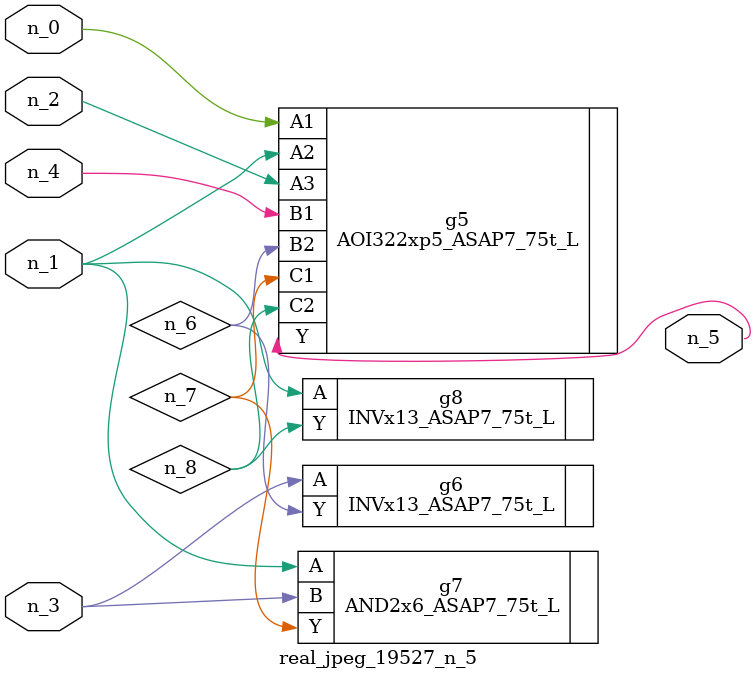
<source format=v>
module real_jpeg_19527_n_5 (n_4, n_0, n_1, n_2, n_3, n_5);

input n_4;
input n_0;
input n_1;
input n_2;
input n_3;

output n_5;

wire n_8;
wire n_6;
wire n_7;

AOI322xp5_ASAP7_75t_L g5 ( 
.A1(n_0),
.A2(n_1),
.A3(n_2),
.B1(n_4),
.B2(n_6),
.C1(n_7),
.C2(n_8),
.Y(n_5)
);

AND2x6_ASAP7_75t_L g7 ( 
.A(n_1),
.B(n_3),
.Y(n_7)
);

INVx13_ASAP7_75t_L g8 ( 
.A(n_1),
.Y(n_8)
);

INVx13_ASAP7_75t_L g6 ( 
.A(n_3),
.Y(n_6)
);


endmodule
</source>
